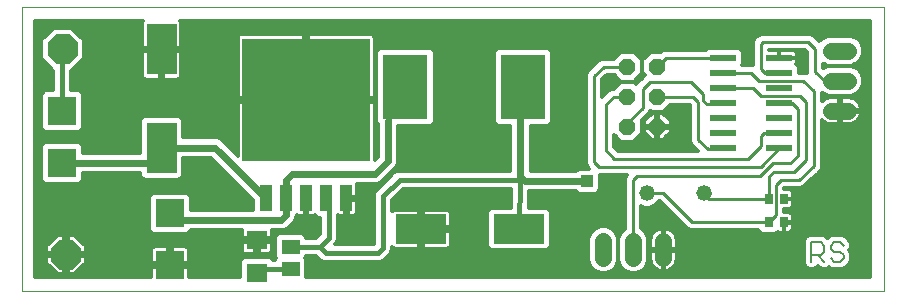
<source format=gtl>
G75*
%MOIN*%
%OFA0B0*%
%FSLAX25Y25*%
%IPPOS*%
%LPD*%
%AMOC8*
5,1,8,0,0,1.08239X$1,22.5*
%
%ADD10C,0.00000*%
%ADD11C,0.00600*%
%ADD12R,0.09843X0.16929*%
%ADD13R,0.16929X0.09843*%
%ADD14R,0.09449X0.09449*%
%ADD15R,0.42520X0.40984*%
%ADD16R,0.04200X0.08500*%
%ADD17OC8,0.05600*%
%ADD18R,0.15157X0.21654*%
%ADD19R,0.07098X0.06299*%
%ADD20C,0.05600*%
%ADD21C,0.05200*%
%ADD22R,0.05906X0.05118*%
%ADD23R,0.08600X0.02200*%
%ADD24OC8,0.10000*%
%ADD25R,0.02756X0.03543*%
%ADD26C,0.02400*%
%ADD27C,0.01600*%
%ADD28R,0.03962X0.03962*%
%ADD29C,0.01200*%
%ADD30C,0.01000*%
D10*
X0019583Y0001600D02*
X0019583Y0096128D01*
X0306985Y0096128D01*
X0306985Y0001600D01*
X0019583Y0001600D01*
D11*
X0282876Y0011349D02*
X0282876Y0017754D01*
X0286078Y0017754D01*
X0287146Y0016687D01*
X0287146Y0014552D01*
X0286078Y0013484D01*
X0282876Y0013484D01*
X0285011Y0013484D02*
X0287146Y0011349D01*
X0289321Y0012416D02*
X0290389Y0011349D01*
X0292524Y0011349D01*
X0293591Y0012416D01*
X0293591Y0013484D01*
X0292524Y0014552D01*
X0290389Y0014552D01*
X0289321Y0015619D01*
X0289321Y0016687D01*
X0290389Y0017754D01*
X0292524Y0017754D01*
X0293591Y0016687D01*
D12*
X0066276Y0049395D03*
X0066276Y0082072D03*
D13*
X0152772Y0022191D03*
X0185450Y0022191D03*
D14*
X0069032Y0027466D03*
X0033127Y0044159D03*
X0033127Y0061482D03*
X0069032Y0010143D03*
D15*
X0114426Y0065222D03*
D16*
X0114426Y0032422D03*
X0121126Y0032422D03*
X0127826Y0032422D03*
X0107726Y0032422D03*
X0101026Y0032422D03*
D17*
X0221513Y0056364D03*
X0231513Y0056364D03*
X0231513Y0066364D03*
X0221513Y0066364D03*
X0221513Y0076364D03*
X0231513Y0076364D03*
D18*
X0186729Y0069435D03*
X0147556Y0069435D03*
D19*
X0098048Y0018655D03*
X0098048Y0007458D03*
D20*
X0213560Y0012501D02*
X0213560Y0018101D01*
X0223560Y0018101D02*
X0223560Y0012501D01*
X0233560Y0012501D02*
X0233560Y0018101D01*
X0289539Y0061679D02*
X0295139Y0061679D01*
X0295139Y0071679D02*
X0289539Y0071679D01*
X0289539Y0081679D02*
X0295139Y0081679D01*
D21*
X0246997Y0034198D03*
X0227997Y0034198D03*
D22*
X0109268Y0016285D03*
X0109268Y0008805D03*
D23*
X0253551Y0049159D03*
X0253551Y0054159D03*
X0253551Y0059159D03*
X0253551Y0064159D03*
X0253551Y0069159D03*
X0253551Y0074159D03*
X0253551Y0079159D03*
X0272151Y0079159D03*
X0272151Y0074159D03*
X0272151Y0069159D03*
X0272151Y0064159D03*
X0272151Y0059159D03*
X0272151Y0054159D03*
X0272151Y0049159D03*
D24*
X0034387Y0013687D03*
X0033245Y0082112D03*
D25*
X0268599Y0032309D03*
X0273717Y0032309D03*
X0273717Y0024435D03*
X0268599Y0024435D03*
D26*
X0208166Y0038214D02*
X0187418Y0038214D01*
X0185843Y0039789D01*
X0185843Y0040183D02*
X0185843Y0068549D01*
X0141631Y0058391D02*
X0141631Y0044907D01*
X0137300Y0040576D01*
X0109741Y0040576D01*
X0107726Y0038561D01*
X0107726Y0032422D01*
X0107726Y0026750D01*
X0106198Y0025222D01*
X0071276Y0025222D01*
X0084053Y0049395D02*
X0101026Y0032422D01*
X0066276Y0044159D02*
X0033127Y0044159D01*
X0066276Y0049395D02*
X0084053Y0049395D01*
D27*
X0066276Y0049395D02*
X0066276Y0044159D01*
X0121126Y0032422D02*
X0121946Y0031602D01*
X0121946Y0019317D01*
X0118914Y0016285D01*
X0121001Y0014198D01*
X0138481Y0014198D01*
X0140056Y0015773D01*
X0140056Y0033096D01*
X0145568Y0038608D01*
X0185843Y0038608D01*
X0185843Y0039789D01*
X0185843Y0040183D01*
X0185843Y0039789D02*
X0185450Y0022191D01*
X0121946Y0033242D02*
X0121126Y0032422D01*
X0071276Y0025222D02*
X0069032Y0027466D01*
X0109268Y0016285D02*
X0118914Y0016285D01*
X0109268Y0008805D02*
X0099394Y0008805D01*
X0098048Y0007458D01*
X0141631Y0058391D02*
X0147556Y0069435D01*
X0114426Y0065222D02*
X0114426Y0082072D01*
X0185843Y0068549D02*
X0186729Y0069435D01*
X0253551Y0079159D02*
X0253945Y0079553D01*
X0033245Y0082112D02*
X0033127Y0082112D01*
X0033127Y0061482D01*
D28*
X0133363Y0020104D03*
X0208166Y0038214D03*
X0238875Y0051206D03*
X0259741Y0014592D03*
D29*
X0266310Y0020463D02*
X0270888Y0020463D01*
X0271643Y0021218D01*
X0271722Y0021172D01*
X0272129Y0021063D01*
X0273628Y0021063D01*
X0273628Y0024346D01*
X0273806Y0024346D01*
X0273806Y0024524D01*
X0276695Y0024524D01*
X0276695Y0026417D01*
X0276586Y0026824D01*
X0276376Y0027189D01*
X0276078Y0027487D01*
X0275713Y0027697D01*
X0275306Y0027806D01*
X0273858Y0027806D01*
X0273858Y0028937D01*
X0275306Y0028937D01*
X0275713Y0029046D01*
X0276078Y0029257D01*
X0276376Y0029555D01*
X0276586Y0029919D01*
X0276695Y0030326D01*
X0276695Y0032220D01*
X0273858Y0032220D01*
X0273858Y0032398D01*
X0276695Y0032398D01*
X0276695Y0034291D01*
X0276586Y0034698D01*
X0276376Y0035063D01*
X0276078Y0035361D01*
X0275713Y0035571D01*
X0275306Y0035680D01*
X0273858Y0035680D01*
X0273858Y0035908D01*
X0278585Y0035908D01*
X0279067Y0035889D01*
X0279120Y0035908D01*
X0279176Y0035908D01*
X0279622Y0036093D01*
X0280075Y0036260D01*
X0280116Y0036298D01*
X0280168Y0036319D01*
X0280509Y0036660D01*
X0285234Y0041022D01*
X0285286Y0041043D01*
X0285628Y0041385D01*
X0285983Y0041713D01*
X0286006Y0041763D01*
X0286046Y0041803D01*
X0286230Y0042249D01*
X0286433Y0042688D01*
X0286435Y0042744D01*
X0286457Y0042795D01*
X0286457Y0043278D01*
X0286476Y0043761D01*
X0286457Y0043813D01*
X0286457Y0058539D01*
X0286673Y0058323D01*
X0287233Y0057916D01*
X0287850Y0057601D01*
X0288509Y0057387D01*
X0289193Y0057279D01*
X0292039Y0057279D01*
X0292039Y0061379D01*
X0292639Y0061379D01*
X0292639Y0057279D01*
X0295486Y0057279D01*
X0296170Y0057387D01*
X0296828Y0057601D01*
X0297445Y0057916D01*
X0298006Y0058323D01*
X0298495Y0058812D01*
X0298903Y0059373D01*
X0299217Y0059990D01*
X0299431Y0060648D01*
X0299539Y0061332D01*
X0299539Y0061379D01*
X0292639Y0061379D01*
X0292639Y0061979D01*
X0292039Y0061979D01*
X0292039Y0066079D01*
X0289193Y0066079D01*
X0288509Y0065970D01*
X0287850Y0065756D01*
X0287233Y0065442D01*
X0286673Y0065035D01*
X0286457Y0064819D01*
X0286457Y0067690D01*
X0286707Y0067440D01*
X0288545Y0066679D01*
X0296134Y0066679D01*
X0297972Y0067440D01*
X0299378Y0068846D01*
X0300139Y0070684D01*
X0300139Y0072673D01*
X0299378Y0074511D01*
X0297972Y0075918D01*
X0296134Y0076679D01*
X0297972Y0077440D01*
X0299378Y0078846D01*
X0300139Y0080684D01*
X0300139Y0082673D01*
X0299378Y0084511D01*
X0297972Y0085918D01*
X0296134Y0086679D01*
X0288545Y0086679D01*
X0286707Y0085918D01*
X0285533Y0084744D01*
X0283318Y0086960D01*
X0282325Y0087371D01*
X0266290Y0087371D01*
X0265298Y0086960D01*
X0264539Y0086200D01*
X0263751Y0085413D01*
X0263340Y0084421D01*
X0263340Y0076846D01*
X0263309Y0076859D01*
X0259762Y0076859D01*
X0260051Y0077148D01*
X0260051Y0081170D01*
X0258762Y0082459D01*
X0254768Y0082459D01*
X0254542Y0082553D01*
X0253348Y0082553D01*
X0253122Y0082459D01*
X0248340Y0082459D01*
X0247740Y0081859D01*
X0233771Y0081859D01*
X0232778Y0081448D01*
X0232694Y0081364D01*
X0229441Y0081364D01*
X0226513Y0078435D01*
X0226513Y0074293D01*
X0227367Y0073438D01*
X0226743Y0072814D01*
X0224438Y0070509D01*
X0223584Y0071364D01*
X0226513Y0074293D01*
X0226513Y0078435D01*
X0223584Y0081364D01*
X0219441Y0081364D01*
X0217141Y0079064D01*
X0213101Y0079064D01*
X0212109Y0078653D01*
X0208999Y0075542D01*
X0208239Y0074783D01*
X0207828Y0073791D01*
X0207828Y0043976D01*
X0208239Y0042984D01*
X0208828Y0042395D01*
X0205274Y0042395D01*
X0204493Y0041614D01*
X0189243Y0041614D01*
X0189243Y0056408D01*
X0195219Y0056408D01*
X0196508Y0057697D01*
X0196508Y0081173D01*
X0195219Y0082461D01*
X0178239Y0082461D01*
X0176950Y0081173D01*
X0176950Y0057697D01*
X0178239Y0056408D01*
X0182443Y0056408D01*
X0182443Y0041608D01*
X0144971Y0041608D01*
X0143868Y0041151D01*
X0142683Y0041151D01*
X0143868Y0041151D02*
X0138356Y0035639D01*
X0137513Y0034795D01*
X0137056Y0033693D01*
X0137056Y0017198D01*
X0124070Y0017198D01*
X0124489Y0017617D01*
X0124946Y0018720D01*
X0124946Y0026775D01*
X0125108Y0026681D01*
X0125515Y0026572D01*
X0127376Y0026572D01*
X0127376Y0031972D01*
X0128276Y0031972D01*
X0128276Y0032872D01*
X0131526Y0032872D01*
X0131526Y0036883D01*
X0131447Y0037176D01*
X0137976Y0037176D01*
X0139226Y0037694D01*
X0143557Y0042025D01*
X0144513Y0042981D01*
X0145031Y0044231D01*
X0145031Y0056408D01*
X0156046Y0056408D01*
X0157335Y0057697D01*
X0157335Y0081173D01*
X0156046Y0082461D01*
X0139066Y0082461D01*
X0137777Y0081173D01*
X0137777Y0057697D01*
X0138231Y0057243D01*
X0138231Y0046315D01*
X0137286Y0045370D01*
X0137286Y0064622D01*
X0115026Y0064622D01*
X0115026Y0065822D01*
X0137286Y0065822D01*
X0137286Y0085925D01*
X0137177Y0086332D01*
X0136966Y0086697D01*
X0136668Y0086994D01*
X0136303Y0087205D01*
X0135896Y0087314D01*
X0115026Y0087314D01*
X0115026Y0065822D01*
X0113826Y0065822D01*
X0113826Y0087314D01*
X0092955Y0087314D01*
X0092549Y0087205D01*
X0092184Y0086994D01*
X0091886Y0086697D01*
X0091675Y0086332D01*
X0091566Y0085925D01*
X0091566Y0065822D01*
X0113826Y0065822D01*
X0113826Y0064622D01*
X0091566Y0064622D01*
X0091566Y0046690D01*
X0085979Y0052278D01*
X0084729Y0052795D01*
X0073398Y0052795D01*
X0073398Y0058771D01*
X0072109Y0060060D01*
X0060444Y0060060D01*
X0059155Y0058771D01*
X0059155Y0047559D01*
X0040051Y0047559D01*
X0040051Y0049795D01*
X0038762Y0051083D01*
X0027491Y0051083D01*
X0026202Y0049795D01*
X0026202Y0038523D01*
X0027491Y0037235D01*
X0038762Y0037235D01*
X0040051Y0038523D01*
X0040051Y0040759D01*
X0059155Y0040759D01*
X0059155Y0040019D01*
X0060444Y0038731D01*
X0072109Y0038731D01*
X0073398Y0040019D01*
X0073398Y0045995D01*
X0082644Y0045995D01*
X0096726Y0031914D01*
X0096726Y0028622D01*
X0075957Y0028622D01*
X0075957Y0033102D01*
X0074668Y0034391D01*
X0063397Y0034391D01*
X0062108Y0033102D01*
X0062108Y0021830D01*
X0063397Y0020542D01*
X0074668Y0020542D01*
X0075948Y0021822D01*
X0092899Y0021822D01*
X0092899Y0019255D01*
X0097448Y0019255D01*
X0097448Y0018055D01*
X0098648Y0018055D01*
X0098648Y0013906D01*
X0101808Y0013906D01*
X0102215Y0014015D01*
X0102580Y0014225D01*
X0102877Y0014523D01*
X0103088Y0014888D01*
X0103197Y0015295D01*
X0103197Y0018055D01*
X0098648Y0018055D01*
X0098648Y0019255D01*
X0103197Y0019255D01*
X0103197Y0021822D01*
X0106874Y0021822D01*
X0108124Y0022340D01*
X0109080Y0023296D01*
X0110608Y0024824D01*
X0111126Y0026074D01*
X0111126Y0026361D01*
X0111542Y0026777D01*
X0111708Y0026681D01*
X0112115Y0026572D01*
X0113976Y0026572D01*
X0113976Y0031972D01*
X0114876Y0031972D01*
X0114876Y0026572D01*
X0116737Y0026572D01*
X0117144Y0026681D01*
X0117310Y0026777D01*
X0118115Y0025972D01*
X0118946Y0025972D01*
X0118946Y0020559D01*
X0117671Y0019285D01*
X0114421Y0019285D01*
X0114421Y0019755D01*
X0113132Y0021044D01*
X0105404Y0021044D01*
X0104116Y0019755D01*
X0104116Y0012815D01*
X0104386Y0012545D01*
X0104116Y0012275D01*
X0104116Y0011805D01*
X0103512Y0011805D01*
X0102508Y0012808D01*
X0093587Y0012808D01*
X0092299Y0011519D01*
X0092299Y0006200D01*
X0075357Y0006200D01*
X0075357Y0009543D01*
X0069632Y0009543D01*
X0069632Y0010743D01*
X0075357Y0010743D01*
X0075357Y0015078D01*
X0075248Y0015485D01*
X0075037Y0015850D01*
X0074739Y0016148D01*
X0074374Y0016359D01*
X0073967Y0016468D01*
X0069632Y0016468D01*
X0069632Y0010743D01*
X0068432Y0010743D01*
X0068432Y0009543D01*
X0062708Y0009543D01*
X0062708Y0006200D01*
X0024183Y0006200D01*
X0024183Y0091528D01*
X0060083Y0091528D01*
X0060075Y0091519D01*
X0059864Y0091155D01*
X0059755Y0090748D01*
X0059755Y0082672D01*
X0065676Y0082672D01*
X0065676Y0081472D01*
X0066876Y0081472D01*
X0066876Y0072008D01*
X0071408Y0072008D01*
X0071815Y0072117D01*
X0072180Y0072328D01*
X0072478Y0072625D01*
X0072689Y0072990D01*
X0072798Y0073397D01*
X0072798Y0081472D01*
X0066876Y0081472D01*
X0066876Y0082672D01*
X0072798Y0082672D01*
X0072798Y0090748D01*
X0072689Y0091155D01*
X0072478Y0091519D01*
X0072470Y0091528D01*
X0302385Y0091528D01*
X0302385Y0006200D01*
X0114421Y0006200D01*
X0114421Y0012275D01*
X0114151Y0012545D01*
X0114421Y0012815D01*
X0114421Y0013285D01*
X0117671Y0013285D01*
X0119301Y0011655D01*
X0120404Y0011198D01*
X0139078Y0011198D01*
X0140180Y0011655D01*
X0141024Y0012499D01*
X0142599Y0014074D01*
X0143056Y0015176D01*
X0143056Y0016259D01*
X0143325Y0015989D01*
X0143690Y0015778D01*
X0144097Y0015669D01*
X0152172Y0015669D01*
X0152172Y0021591D01*
X0153372Y0021591D01*
X0153372Y0022791D01*
X0152172Y0022791D01*
X0152172Y0028712D01*
X0144097Y0028712D01*
X0143690Y0028603D01*
X0143325Y0028392D01*
X0143056Y0028123D01*
X0143056Y0031853D01*
X0146810Y0035608D01*
X0182749Y0035608D01*
X0182608Y0029312D01*
X0176074Y0029312D01*
X0174785Y0028023D01*
X0174785Y0016358D01*
X0176074Y0015069D01*
X0194825Y0015069D01*
X0196114Y0016358D01*
X0196114Y0028023D01*
X0194825Y0029312D01*
X0188610Y0029312D01*
X0188733Y0034814D01*
X0204493Y0034814D01*
X0205274Y0034033D01*
X0211058Y0034033D01*
X0212347Y0035322D01*
X0212347Y0040239D01*
X0221333Y0040239D01*
X0221231Y0040137D01*
X0220820Y0039145D01*
X0220820Y0022378D01*
X0220728Y0022340D01*
X0219321Y0020933D01*
X0218560Y0019095D01*
X0218560Y0011506D01*
X0217799Y0009669D01*
X0216392Y0008262D01*
X0214554Y0007501D01*
X0212565Y0007501D01*
X0210728Y0008262D01*
X0209321Y0009669D01*
X0208560Y0011506D01*
X0208560Y0019095D01*
X0209321Y0020933D01*
X0210728Y0022340D01*
X0212565Y0023101D01*
X0214554Y0023101D01*
X0216392Y0022340D01*
X0217799Y0020933D01*
X0218560Y0019095D01*
X0218560Y0011506D01*
X0219321Y0009669D01*
X0220728Y0008262D01*
X0222565Y0007501D01*
X0224554Y0007501D01*
X0226392Y0008262D01*
X0227799Y0009669D01*
X0228560Y0011506D01*
X0228560Y0019095D01*
X0227799Y0020933D01*
X0226392Y0022340D01*
X0226220Y0022411D01*
X0226220Y0029739D01*
X0227042Y0029398D01*
X0228952Y0029398D01*
X0230716Y0030129D01*
X0232066Y0031479D01*
X0232074Y0031498D01*
X0232323Y0031498D01*
X0240917Y0022905D01*
X0241676Y0022146D01*
X0242668Y0021735D01*
X0265038Y0021735D01*
X0266310Y0020463D01*
X0265997Y0020776D02*
X0237055Y0020776D01*
X0236916Y0020967D02*
X0236426Y0021457D01*
X0235866Y0021864D01*
X0235249Y0022178D01*
X0234590Y0022392D01*
X0233906Y0022501D01*
X0233860Y0022501D01*
X0233860Y0015601D01*
X0233260Y0015601D01*
X0233260Y0022501D01*
X0233213Y0022501D01*
X0232529Y0022392D01*
X0231871Y0022178D01*
X0231254Y0021864D01*
X0230693Y0021457D01*
X0230204Y0020967D01*
X0229797Y0020407D01*
X0229482Y0019790D01*
X0229268Y0019131D01*
X0229160Y0018447D01*
X0229160Y0015601D01*
X0233260Y0015601D01*
X0233260Y0015001D01*
X0229160Y0015001D01*
X0229160Y0012154D01*
X0229268Y0011470D01*
X0229482Y0010812D01*
X0229797Y0010195D01*
X0230204Y0009634D01*
X0230693Y0009145D01*
X0231254Y0008738D01*
X0231871Y0008423D01*
X0232529Y0008209D01*
X0233213Y0008101D01*
X0233260Y0008101D01*
X0233260Y0015001D01*
X0233860Y0015001D01*
X0233860Y0015601D01*
X0237960Y0015601D01*
X0237960Y0018447D01*
X0237851Y0019131D01*
X0237637Y0019790D01*
X0237323Y0020407D01*
X0236916Y0020967D01*
X0235649Y0021975D02*
X0242089Y0021975D01*
X0240649Y0023173D02*
X0226220Y0023173D01*
X0226220Y0024372D02*
X0239450Y0024372D01*
X0238252Y0025570D02*
X0226220Y0025570D01*
X0226220Y0026769D02*
X0237053Y0026769D01*
X0235854Y0027967D02*
X0226220Y0027967D01*
X0226220Y0029166D02*
X0234656Y0029166D01*
X0233457Y0030364D02*
X0230951Y0030364D01*
X0220820Y0030364D02*
X0188633Y0030364D01*
X0188660Y0031563D02*
X0220820Y0031563D01*
X0220820Y0032761D02*
X0188687Y0032761D01*
X0188714Y0033960D02*
X0220820Y0033960D01*
X0220820Y0035158D02*
X0212184Y0035158D01*
X0212347Y0036357D02*
X0220820Y0036357D01*
X0220820Y0037555D02*
X0212347Y0037555D01*
X0212347Y0038754D02*
X0220820Y0038754D01*
X0221155Y0039952D02*
X0212347Y0039952D01*
X0205228Y0042349D02*
X0189243Y0042349D01*
X0189243Y0043548D02*
X0208006Y0043548D01*
X0207828Y0044746D02*
X0189243Y0044746D01*
X0189243Y0045945D02*
X0207828Y0045945D01*
X0207828Y0047143D02*
X0189243Y0047143D01*
X0189243Y0048342D02*
X0207828Y0048342D01*
X0207828Y0049540D02*
X0189243Y0049540D01*
X0189243Y0050739D02*
X0207828Y0050739D01*
X0207828Y0051937D02*
X0189243Y0051937D01*
X0189243Y0053136D02*
X0207828Y0053136D01*
X0207828Y0054334D02*
X0189243Y0054334D01*
X0189243Y0055533D02*
X0207828Y0055533D01*
X0207828Y0056732D02*
X0195543Y0056732D01*
X0196508Y0057930D02*
X0207828Y0057930D01*
X0207828Y0059129D02*
X0196508Y0059129D01*
X0196508Y0060327D02*
X0207828Y0060327D01*
X0207828Y0061526D02*
X0196508Y0061526D01*
X0196508Y0062724D02*
X0207828Y0062724D01*
X0207828Y0063923D02*
X0196508Y0063923D01*
X0196508Y0065121D02*
X0207828Y0065121D01*
X0207828Y0066320D02*
X0196508Y0066320D01*
X0196508Y0067518D02*
X0207828Y0067518D01*
X0213228Y0067518D02*
X0214360Y0067518D01*
X0213228Y0066386D02*
X0213228Y0072135D01*
X0214757Y0073664D01*
X0217141Y0073664D01*
X0219441Y0071364D01*
X0223584Y0071364D01*
X0219441Y0071364D01*
X0217141Y0069064D01*
X0216487Y0069064D01*
X0215495Y0068653D01*
X0213228Y0066386D01*
X0213228Y0068717D02*
X0215649Y0068717D01*
X0217993Y0069915D02*
X0213228Y0069915D01*
X0213228Y0071114D02*
X0219191Y0071114D01*
X0218493Y0072312D02*
X0213405Y0072312D01*
X0214604Y0073511D02*
X0217295Y0073511D01*
X0223834Y0071114D02*
X0225042Y0071114D01*
X0224532Y0072312D02*
X0226241Y0072312D01*
X0225730Y0073511D02*
X0227295Y0073511D01*
X0226513Y0074709D02*
X0226513Y0074709D01*
X0226513Y0075908D02*
X0226513Y0075908D01*
X0226513Y0077106D02*
X0226513Y0077106D01*
X0226513Y0078305D02*
X0226513Y0078305D01*
X0227581Y0079503D02*
X0225444Y0079503D01*
X0224246Y0080702D02*
X0228779Y0080702D01*
X0218779Y0080702D02*
X0196508Y0080702D01*
X0196508Y0079503D02*
X0217581Y0079503D01*
X0211761Y0078305D02*
X0196508Y0078305D01*
X0196508Y0077106D02*
X0210563Y0077106D01*
X0209364Y0075908D02*
X0196508Y0075908D01*
X0196508Y0074709D02*
X0208209Y0074709D01*
X0207828Y0073511D02*
X0196508Y0073511D01*
X0196508Y0072312D02*
X0207828Y0072312D01*
X0207828Y0071114D02*
X0196508Y0071114D01*
X0196508Y0069915D02*
X0207828Y0069915D01*
X0207828Y0068717D02*
X0196508Y0068717D01*
X0176950Y0068717D02*
X0157335Y0068717D01*
X0157335Y0069915D02*
X0176950Y0069915D01*
X0176950Y0071114D02*
X0157335Y0071114D01*
X0157335Y0072312D02*
X0176950Y0072312D01*
X0176950Y0073511D02*
X0157335Y0073511D01*
X0157335Y0074709D02*
X0176950Y0074709D01*
X0176950Y0075908D02*
X0157335Y0075908D01*
X0157335Y0077106D02*
X0176950Y0077106D01*
X0176950Y0078305D02*
X0157335Y0078305D01*
X0157335Y0079503D02*
X0176950Y0079503D01*
X0176950Y0080702D02*
X0157335Y0080702D01*
X0156607Y0081900D02*
X0177678Y0081900D01*
X0195780Y0081900D02*
X0247781Y0081900D01*
X0259321Y0081900D02*
X0263340Y0081900D01*
X0263340Y0080702D02*
X0260051Y0080702D01*
X0260051Y0079503D02*
X0263340Y0079503D01*
X0263340Y0078305D02*
X0260051Y0078305D01*
X0260010Y0077106D02*
X0263340Y0077106D01*
X0272151Y0079159D02*
X0272151Y0081859D01*
X0268740Y0081859D01*
X0268740Y0081971D01*
X0280670Y0081971D01*
X0281450Y0081190D01*
X0281450Y0074898D01*
X0281426Y0074829D01*
X0281450Y0074364D01*
X0281450Y0074089D01*
X0280750Y0074379D01*
X0278651Y0074379D01*
X0278651Y0076170D01*
X0277736Y0077085D01*
X0277942Y0077441D01*
X0278051Y0077848D01*
X0278051Y0079159D01*
X0272151Y0079159D01*
X0272151Y0079159D01*
X0272151Y0081859D01*
X0276662Y0081859D01*
X0277069Y0081750D01*
X0277434Y0081539D01*
X0277731Y0081241D01*
X0277942Y0080877D01*
X0278051Y0080470D01*
X0278051Y0079159D01*
X0272151Y0079159D01*
X0272151Y0079159D01*
X0272151Y0079503D02*
X0272151Y0079503D01*
X0272151Y0080702D02*
X0272151Y0080702D01*
X0268740Y0081900D02*
X0280740Y0081900D01*
X0281450Y0080702D02*
X0277989Y0080702D01*
X0278051Y0079503D02*
X0281450Y0079503D01*
X0281450Y0078305D02*
X0278051Y0078305D01*
X0277749Y0077106D02*
X0281450Y0077106D01*
X0281450Y0075908D02*
X0278651Y0075908D01*
X0278651Y0074709D02*
X0281432Y0074709D01*
X0286850Y0075977D02*
X0286850Y0077381D01*
X0288545Y0076679D01*
X0296134Y0076679D01*
X0288545Y0076679D01*
X0286850Y0075977D01*
X0286850Y0077106D02*
X0287513Y0077106D01*
X0297166Y0077106D02*
X0302385Y0077106D01*
X0302385Y0075908D02*
X0297981Y0075908D01*
X0299180Y0074709D02*
X0302385Y0074709D01*
X0302385Y0073511D02*
X0299792Y0073511D01*
X0300139Y0072312D02*
X0302385Y0072312D01*
X0302385Y0071114D02*
X0300139Y0071114D01*
X0299821Y0069915D02*
X0302385Y0069915D01*
X0302385Y0068717D02*
X0299248Y0068717D01*
X0298050Y0067518D02*
X0302385Y0067518D01*
X0302385Y0066320D02*
X0286457Y0066320D01*
X0286457Y0067518D02*
X0286629Y0067518D01*
X0286792Y0065121D02*
X0286457Y0065121D01*
X0292039Y0065121D02*
X0292639Y0065121D01*
X0292639Y0066079D02*
X0292639Y0061979D01*
X0299539Y0061979D01*
X0299539Y0062025D01*
X0299431Y0062709D01*
X0299217Y0063368D01*
X0298903Y0063985D01*
X0298495Y0064545D01*
X0298006Y0065035D01*
X0297445Y0065442D01*
X0296828Y0065756D01*
X0296170Y0065970D01*
X0295486Y0066079D01*
X0292639Y0066079D01*
X0297887Y0065121D02*
X0302385Y0065121D01*
X0302385Y0063923D02*
X0298934Y0063923D01*
X0292639Y0063923D02*
X0292039Y0063923D01*
X0292039Y0062724D02*
X0292639Y0062724D01*
X0292639Y0061526D02*
X0302385Y0061526D01*
X0302385Y0062724D02*
X0299426Y0062724D01*
X0299327Y0060327D02*
X0302385Y0060327D01*
X0302385Y0059129D02*
X0298725Y0059129D01*
X0297465Y0057930D02*
X0302385Y0057930D01*
X0302385Y0056732D02*
X0286457Y0056732D01*
X0286457Y0055533D02*
X0302385Y0055533D01*
X0302385Y0054334D02*
X0286457Y0054334D01*
X0286457Y0053136D02*
X0302385Y0053136D01*
X0302385Y0051937D02*
X0286457Y0051937D01*
X0286457Y0050739D02*
X0302385Y0050739D01*
X0302385Y0049540D02*
X0286457Y0049540D01*
X0286457Y0048342D02*
X0302385Y0048342D01*
X0302385Y0047143D02*
X0286457Y0047143D01*
X0286457Y0045945D02*
X0302385Y0045945D01*
X0302385Y0044746D02*
X0286457Y0044746D01*
X0286467Y0043548D02*
X0302385Y0043548D01*
X0302385Y0042349D02*
X0286277Y0042349D01*
X0285394Y0041151D02*
X0302385Y0041151D01*
X0302385Y0039952D02*
X0284076Y0039952D01*
X0282777Y0038754D02*
X0302385Y0038754D01*
X0302385Y0037555D02*
X0281479Y0037555D01*
X0280206Y0036357D02*
X0302385Y0036357D01*
X0302385Y0035158D02*
X0276280Y0035158D01*
X0276695Y0033960D02*
X0302385Y0033960D01*
X0302385Y0032761D02*
X0276695Y0032761D01*
X0276695Y0031563D02*
X0302385Y0031563D01*
X0302385Y0030364D02*
X0276695Y0030364D01*
X0275920Y0029166D02*
X0302385Y0029166D01*
X0302385Y0027967D02*
X0273858Y0027967D01*
X0276601Y0026769D02*
X0302385Y0026769D01*
X0302385Y0025570D02*
X0276695Y0025570D01*
X0276695Y0024346D02*
X0273806Y0024346D01*
X0273806Y0021063D01*
X0275306Y0021063D01*
X0275713Y0021172D01*
X0276078Y0021383D01*
X0276376Y0021681D01*
X0276586Y0022045D01*
X0276695Y0022452D01*
X0276695Y0024346D01*
X0276695Y0023173D02*
X0302385Y0023173D01*
X0302385Y0021975D02*
X0276545Y0021975D01*
X0273806Y0021975D02*
X0273628Y0021975D01*
X0273628Y0023173D02*
X0273806Y0023173D01*
X0273806Y0024372D02*
X0302385Y0024372D01*
X0302385Y0020776D02*
X0271202Y0020776D01*
X0280376Y0018252D02*
X0280376Y0010852D01*
X0280756Y0009933D01*
X0281459Y0009229D01*
X0282378Y0008849D01*
X0283373Y0008849D01*
X0284292Y0009229D01*
X0284995Y0009933D01*
X0285004Y0009955D01*
X0285730Y0009229D01*
X0286649Y0008849D01*
X0287643Y0008849D01*
X0288562Y0009229D01*
X0288767Y0009435D01*
X0288972Y0009229D01*
X0289891Y0008849D01*
X0293021Y0008849D01*
X0293940Y0009229D01*
X0294643Y0009933D01*
X0295007Y0010297D01*
X0295007Y0010297D01*
X0295697Y0010987D01*
X0295711Y0011000D01*
X0295929Y0011528D01*
X0296091Y0011919D01*
X0296091Y0013981D01*
X0295711Y0014900D01*
X0295525Y0015085D01*
X0295711Y0015271D01*
X0296091Y0016189D01*
X0296091Y0017184D01*
X0295711Y0018103D01*
X0294643Y0019170D01*
X0294643Y0019170D01*
X0293940Y0019874D01*
X0293021Y0020254D01*
X0289891Y0020254D01*
X0288972Y0019874D01*
X0288233Y0019135D01*
X0288198Y0019170D01*
X0288198Y0019170D01*
X0287494Y0019874D01*
X0286576Y0020254D01*
X0282378Y0020254D01*
X0281459Y0019874D01*
X0280756Y0019170D01*
X0280376Y0018252D01*
X0280428Y0018379D02*
X0237960Y0018379D01*
X0237960Y0017181D02*
X0280376Y0017181D01*
X0280376Y0015982D02*
X0237960Y0015982D01*
X0237960Y0015001D02*
X0233860Y0015001D01*
X0233860Y0008101D01*
X0233906Y0008101D01*
X0234590Y0008209D01*
X0235249Y0008423D01*
X0235866Y0008738D01*
X0236426Y0009145D01*
X0236916Y0009634D01*
X0237323Y0010195D01*
X0237637Y0010812D01*
X0237851Y0011470D01*
X0237960Y0012154D01*
X0237960Y0015001D01*
X0237960Y0014784D02*
X0280376Y0014784D01*
X0280376Y0013585D02*
X0237960Y0013585D01*
X0237960Y0012387D02*
X0280376Y0012387D01*
X0280376Y0011188D02*
X0237760Y0011188D01*
X0237174Y0009990D02*
X0280733Y0009990D01*
X0294643Y0009933D02*
X0294643Y0009933D01*
X0294700Y0009990D02*
X0302385Y0009990D01*
X0302385Y0011188D02*
X0295789Y0011188D01*
X0295711Y0011000D02*
X0295711Y0011000D01*
X0296091Y0012387D02*
X0302385Y0012387D01*
X0302385Y0013585D02*
X0296091Y0013585D01*
X0295759Y0014784D02*
X0302385Y0014784D01*
X0302385Y0015982D02*
X0296005Y0015982D01*
X0296091Y0017181D02*
X0302385Y0017181D01*
X0302385Y0018379D02*
X0295434Y0018379D01*
X0294236Y0019578D02*
X0302385Y0019578D01*
X0288676Y0019578D02*
X0287790Y0019578D01*
X0281163Y0019578D02*
X0237706Y0019578D01*
X0233860Y0019578D02*
X0233260Y0019578D01*
X0233260Y0018379D02*
X0233860Y0018379D01*
X0233860Y0017181D02*
X0233260Y0017181D01*
X0233260Y0015982D02*
X0233860Y0015982D01*
X0233860Y0014784D02*
X0233260Y0014784D01*
X0229160Y0014784D02*
X0228560Y0014784D01*
X0228560Y0015982D02*
X0229160Y0015982D01*
X0229160Y0017181D02*
X0228560Y0017181D01*
X0228560Y0018379D02*
X0229160Y0018379D01*
X0229413Y0019578D02*
X0228360Y0019578D01*
X0227864Y0020776D02*
X0230065Y0020776D01*
X0231471Y0021975D02*
X0226757Y0021975D01*
X0220820Y0023173D02*
X0196114Y0023173D01*
X0196114Y0021975D02*
X0210363Y0021975D01*
X0209256Y0020776D02*
X0196114Y0020776D01*
X0196114Y0019578D02*
X0208760Y0019578D01*
X0208560Y0018379D02*
X0196114Y0018379D01*
X0196114Y0017181D02*
X0208560Y0017181D01*
X0208560Y0015982D02*
X0195738Y0015982D01*
X0208560Y0014784D02*
X0142893Y0014784D01*
X0143056Y0015982D02*
X0143337Y0015982D01*
X0137056Y0018379D02*
X0124805Y0018379D01*
X0124946Y0019578D02*
X0137056Y0019578D01*
X0137056Y0020776D02*
X0124946Y0020776D01*
X0124946Y0021975D02*
X0137056Y0021975D01*
X0137056Y0023173D02*
X0124946Y0023173D01*
X0124946Y0024372D02*
X0137056Y0024372D01*
X0137056Y0025570D02*
X0124946Y0025570D01*
X0124946Y0026769D02*
X0124957Y0026769D01*
X0127376Y0026769D02*
X0128276Y0026769D01*
X0128276Y0026572D02*
X0130137Y0026572D01*
X0130544Y0026681D01*
X0130908Y0026892D01*
X0131206Y0027190D01*
X0131417Y0027554D01*
X0131526Y0027961D01*
X0131526Y0031972D01*
X0128276Y0031972D01*
X0128276Y0026572D01*
X0128276Y0027967D02*
X0127376Y0027967D01*
X0127376Y0029166D02*
X0128276Y0029166D01*
X0128276Y0030364D02*
X0127376Y0030364D01*
X0131526Y0030364D02*
X0137056Y0030364D01*
X0137056Y0029166D02*
X0131526Y0029166D01*
X0131526Y0027967D02*
X0137056Y0027967D01*
X0137056Y0026769D02*
X0130695Y0026769D01*
X0118946Y0025570D02*
X0110917Y0025570D01*
X0111534Y0026769D02*
X0111557Y0026769D01*
X0113976Y0026769D02*
X0114876Y0026769D01*
X0114876Y0027967D02*
X0113976Y0027967D01*
X0113976Y0029166D02*
X0114876Y0029166D01*
X0114876Y0030364D02*
X0113976Y0030364D01*
X0113976Y0031563D02*
X0114876Y0031563D01*
X0127376Y0031563D02*
X0128276Y0031563D01*
X0128276Y0032761D02*
X0137056Y0032761D01*
X0137056Y0031563D02*
X0131526Y0031563D01*
X0131526Y0033960D02*
X0137166Y0033960D01*
X0137875Y0035158D02*
X0131526Y0035158D01*
X0131526Y0036357D02*
X0139074Y0036357D01*
X0138891Y0037555D02*
X0140272Y0037555D01*
X0140286Y0038754D02*
X0141471Y0038754D01*
X0141484Y0039952D02*
X0142670Y0039952D01*
X0143881Y0042349D02*
X0182443Y0042349D01*
X0182443Y0043548D02*
X0144748Y0043548D01*
X0145031Y0044746D02*
X0182443Y0044746D01*
X0182443Y0045945D02*
X0145031Y0045945D01*
X0145031Y0047143D02*
X0182443Y0047143D01*
X0182443Y0048342D02*
X0145031Y0048342D01*
X0145031Y0049540D02*
X0182443Y0049540D01*
X0182443Y0050739D02*
X0145031Y0050739D01*
X0145031Y0051937D02*
X0182443Y0051937D01*
X0182443Y0053136D02*
X0145031Y0053136D01*
X0145031Y0054334D02*
X0182443Y0054334D01*
X0182443Y0055533D02*
X0145031Y0055533D01*
X0138231Y0055533D02*
X0137286Y0055533D01*
X0137286Y0054334D02*
X0138231Y0054334D01*
X0138231Y0053136D02*
X0137286Y0053136D01*
X0137286Y0051937D02*
X0138231Y0051937D01*
X0138231Y0050739D02*
X0137286Y0050739D01*
X0137286Y0049540D02*
X0138231Y0049540D01*
X0138231Y0048342D02*
X0137286Y0048342D01*
X0137286Y0047143D02*
X0138231Y0047143D01*
X0137860Y0045945D02*
X0137286Y0045945D01*
X0137286Y0056732D02*
X0138231Y0056732D01*
X0137777Y0057930D02*
X0137286Y0057930D01*
X0137286Y0059129D02*
X0137777Y0059129D01*
X0137777Y0060327D02*
X0137286Y0060327D01*
X0137286Y0061526D02*
X0137777Y0061526D01*
X0137777Y0062724D02*
X0137286Y0062724D01*
X0137286Y0063923D02*
X0137777Y0063923D01*
X0137777Y0065121D02*
X0115026Y0065121D01*
X0115026Y0066320D02*
X0113826Y0066320D01*
X0113826Y0067518D02*
X0115026Y0067518D01*
X0115026Y0068717D02*
X0113826Y0068717D01*
X0113826Y0069915D02*
X0115026Y0069915D01*
X0115026Y0071114D02*
X0113826Y0071114D01*
X0113826Y0072312D02*
X0115026Y0072312D01*
X0115026Y0073511D02*
X0113826Y0073511D01*
X0113826Y0074709D02*
X0115026Y0074709D01*
X0115026Y0075908D02*
X0113826Y0075908D01*
X0113826Y0077106D02*
X0115026Y0077106D01*
X0115026Y0078305D02*
X0113826Y0078305D01*
X0113826Y0079503D02*
X0115026Y0079503D01*
X0115026Y0080702D02*
X0113826Y0080702D01*
X0113826Y0081900D02*
X0115026Y0081900D01*
X0115026Y0083099D02*
X0113826Y0083099D01*
X0113826Y0084297D02*
X0115026Y0084297D01*
X0115026Y0085496D02*
X0113826Y0085496D01*
X0113826Y0086694D02*
X0115026Y0086694D01*
X0091884Y0086694D02*
X0072798Y0086694D01*
X0072798Y0085496D02*
X0091566Y0085496D01*
X0091566Y0084297D02*
X0072798Y0084297D01*
X0072798Y0083099D02*
X0091566Y0083099D01*
X0091566Y0081900D02*
X0066876Y0081900D01*
X0066876Y0080702D02*
X0065676Y0080702D01*
X0065676Y0081472D02*
X0065676Y0072008D01*
X0061144Y0072008D01*
X0060737Y0072117D01*
X0060373Y0072328D01*
X0060075Y0072625D01*
X0059864Y0072990D01*
X0059755Y0073397D01*
X0059755Y0081472D01*
X0065676Y0081472D01*
X0065676Y0081900D02*
X0040445Y0081900D01*
X0040445Y0080702D02*
X0059755Y0080702D01*
X0059755Y0079503D02*
X0040445Y0079503D01*
X0040445Y0079129D02*
X0036227Y0074912D01*
X0036127Y0074912D01*
X0036127Y0068406D01*
X0038762Y0068406D01*
X0040051Y0067118D01*
X0040051Y0055846D01*
X0038762Y0054557D01*
X0027491Y0054557D01*
X0026202Y0055846D01*
X0026202Y0067118D01*
X0027491Y0068406D01*
X0030127Y0068406D01*
X0030127Y0075048D01*
X0026045Y0079129D01*
X0026045Y0085094D01*
X0030262Y0089312D01*
X0036227Y0089312D01*
X0040445Y0085094D01*
X0040445Y0079129D01*
X0039620Y0078305D02*
X0059755Y0078305D01*
X0059755Y0077106D02*
X0038422Y0077106D01*
X0037223Y0075908D02*
X0059755Y0075908D01*
X0059755Y0074709D02*
X0036127Y0074709D01*
X0036127Y0073511D02*
X0059755Y0073511D01*
X0060399Y0072312D02*
X0036127Y0072312D01*
X0036127Y0071114D02*
X0091566Y0071114D01*
X0091566Y0072312D02*
X0072153Y0072312D01*
X0072798Y0073511D02*
X0091566Y0073511D01*
X0091566Y0074709D02*
X0072798Y0074709D01*
X0072798Y0075908D02*
X0091566Y0075908D01*
X0091566Y0077106D02*
X0072798Y0077106D01*
X0072798Y0078305D02*
X0091566Y0078305D01*
X0091566Y0079503D02*
X0072798Y0079503D01*
X0072798Y0080702D02*
X0091566Y0080702D01*
X0072798Y0087893D02*
X0302385Y0087893D01*
X0302385Y0089091D02*
X0072798Y0089091D01*
X0072798Y0090290D02*
X0302385Y0090290D01*
X0302385Y0091488D02*
X0072496Y0091488D01*
X0060057Y0091488D02*
X0024183Y0091488D01*
X0024183Y0090290D02*
X0059755Y0090290D01*
X0059755Y0089091D02*
X0036448Y0089091D01*
X0037646Y0087893D02*
X0059755Y0087893D01*
X0059755Y0086694D02*
X0038845Y0086694D01*
X0040043Y0085496D02*
X0059755Y0085496D01*
X0059755Y0084297D02*
X0040445Y0084297D01*
X0040445Y0083099D02*
X0059755Y0083099D01*
X0065676Y0079503D02*
X0066876Y0079503D01*
X0066876Y0078305D02*
X0065676Y0078305D01*
X0065676Y0077106D02*
X0066876Y0077106D01*
X0066876Y0075908D02*
X0065676Y0075908D01*
X0065676Y0074709D02*
X0066876Y0074709D01*
X0066876Y0073511D02*
X0065676Y0073511D01*
X0065676Y0072312D02*
X0066876Y0072312D01*
X0091566Y0069915D02*
X0036127Y0069915D01*
X0036127Y0068717D02*
X0091566Y0068717D01*
X0091566Y0067518D02*
X0039651Y0067518D01*
X0040051Y0066320D02*
X0091566Y0066320D01*
X0091566Y0063923D02*
X0040051Y0063923D01*
X0040051Y0065121D02*
X0113826Y0065121D01*
X0091566Y0062724D02*
X0040051Y0062724D01*
X0040051Y0061526D02*
X0091566Y0061526D01*
X0091566Y0060327D02*
X0040051Y0060327D01*
X0040051Y0059129D02*
X0059512Y0059129D01*
X0059155Y0057930D02*
X0040051Y0057930D01*
X0040051Y0056732D02*
X0059155Y0056732D01*
X0059155Y0055533D02*
X0039738Y0055533D01*
X0026516Y0055533D02*
X0024183Y0055533D01*
X0024183Y0054334D02*
X0059155Y0054334D01*
X0059155Y0053136D02*
X0024183Y0053136D01*
X0024183Y0051937D02*
X0059155Y0051937D01*
X0059155Y0050739D02*
X0039107Y0050739D01*
X0040051Y0049540D02*
X0059155Y0049540D01*
X0059155Y0048342D02*
X0040051Y0048342D01*
X0027147Y0050739D02*
X0024183Y0050739D01*
X0024183Y0049540D02*
X0026202Y0049540D01*
X0026202Y0048342D02*
X0024183Y0048342D01*
X0024183Y0047143D02*
X0026202Y0047143D01*
X0026202Y0045945D02*
X0024183Y0045945D01*
X0024183Y0044746D02*
X0026202Y0044746D01*
X0026202Y0043548D02*
X0024183Y0043548D01*
X0024183Y0042349D02*
X0026202Y0042349D01*
X0026202Y0041151D02*
X0024183Y0041151D01*
X0024183Y0039952D02*
X0026202Y0039952D01*
X0026202Y0038754D02*
X0024183Y0038754D01*
X0024183Y0037555D02*
X0027170Y0037555D01*
X0024183Y0036357D02*
X0092283Y0036357D01*
X0091084Y0037555D02*
X0039083Y0037555D01*
X0040051Y0038754D02*
X0060421Y0038754D01*
X0059222Y0039952D02*
X0040051Y0039952D01*
X0024183Y0035158D02*
X0093481Y0035158D01*
X0094680Y0033960D02*
X0075099Y0033960D01*
X0075957Y0032761D02*
X0095878Y0032761D01*
X0096726Y0031563D02*
X0075957Y0031563D01*
X0075957Y0030364D02*
X0096726Y0030364D01*
X0096726Y0029166D02*
X0075957Y0029166D01*
X0062108Y0029166D02*
X0024183Y0029166D01*
X0024183Y0030364D02*
X0062108Y0030364D01*
X0062108Y0031563D02*
X0024183Y0031563D01*
X0024183Y0032761D02*
X0062108Y0032761D01*
X0062966Y0033960D02*
X0024183Y0033960D01*
X0024183Y0027967D02*
X0062108Y0027967D01*
X0062108Y0026769D02*
X0024183Y0026769D01*
X0024183Y0025570D02*
X0062108Y0025570D01*
X0062108Y0024372D02*
X0024183Y0024372D01*
X0024183Y0023173D02*
X0062108Y0023173D01*
X0062108Y0021975D02*
X0024183Y0021975D01*
X0024183Y0020776D02*
X0063162Y0020776D01*
X0074902Y0020776D02*
X0092899Y0020776D01*
X0092899Y0019578D02*
X0037829Y0019578D01*
X0037120Y0020287D02*
X0034987Y0020287D01*
X0034987Y0014287D01*
X0040987Y0014287D01*
X0040987Y0016420D01*
X0037120Y0020287D01*
X0034987Y0019578D02*
X0033787Y0019578D01*
X0033787Y0020287D02*
X0031653Y0020287D01*
X0027787Y0016420D01*
X0027787Y0014287D01*
X0033787Y0014287D01*
X0033787Y0020287D01*
X0030944Y0019578D02*
X0024183Y0019578D01*
X0024183Y0018379D02*
X0029745Y0018379D01*
X0028547Y0017181D02*
X0024183Y0017181D01*
X0024183Y0015982D02*
X0027787Y0015982D01*
X0027787Y0014784D02*
X0024183Y0014784D01*
X0024183Y0013585D02*
X0033787Y0013585D01*
X0033787Y0013087D02*
X0027787Y0013087D01*
X0027787Y0010953D01*
X0031653Y0007087D01*
X0033787Y0007087D01*
X0033787Y0013087D01*
X0034987Y0013087D01*
X0034987Y0014287D01*
X0033787Y0014287D01*
X0033787Y0013087D01*
X0033787Y0012387D02*
X0034987Y0012387D01*
X0034987Y0013087D02*
X0034987Y0007087D01*
X0037120Y0007087D01*
X0040987Y0010953D01*
X0040987Y0013087D01*
X0034987Y0013087D01*
X0034987Y0013585D02*
X0062708Y0013585D01*
X0062708Y0012387D02*
X0040987Y0012387D01*
X0040987Y0011188D02*
X0062708Y0011188D01*
X0062708Y0010743D02*
X0068432Y0010743D01*
X0068432Y0016468D01*
X0064097Y0016468D01*
X0063690Y0016359D01*
X0063325Y0016148D01*
X0063028Y0015850D01*
X0062817Y0015485D01*
X0062708Y0015078D01*
X0062708Y0010743D01*
X0062708Y0008791D02*
X0038825Y0008791D01*
X0037626Y0007593D02*
X0062708Y0007593D01*
X0062708Y0006394D02*
X0024183Y0006394D01*
X0024183Y0007593D02*
X0031147Y0007593D01*
X0029948Y0008791D02*
X0024183Y0008791D01*
X0024183Y0009990D02*
X0028750Y0009990D01*
X0027787Y0011188D02*
X0024183Y0011188D01*
X0024183Y0012387D02*
X0027787Y0012387D01*
X0033787Y0011188D02*
X0034987Y0011188D01*
X0034987Y0009990D02*
X0033787Y0009990D01*
X0033787Y0008791D02*
X0034987Y0008791D01*
X0034987Y0007593D02*
X0033787Y0007593D01*
X0040023Y0009990D02*
X0068432Y0009990D01*
X0068432Y0011188D02*
X0069632Y0011188D01*
X0069632Y0009990D02*
X0092299Y0009990D01*
X0092299Y0011188D02*
X0075357Y0011188D01*
X0075357Y0012387D02*
X0093166Y0012387D01*
X0093881Y0014015D02*
X0094288Y0013906D01*
X0097448Y0013906D01*
X0097448Y0018055D01*
X0092899Y0018055D01*
X0092899Y0015295D01*
X0093008Y0014888D01*
X0093218Y0014523D01*
X0093516Y0014225D01*
X0093881Y0014015D01*
X0093068Y0014784D02*
X0075357Y0014784D01*
X0074905Y0015982D02*
X0092899Y0015982D01*
X0092899Y0017181D02*
X0040226Y0017181D01*
X0040987Y0015982D02*
X0063160Y0015982D01*
X0062708Y0014784D02*
X0040987Y0014784D01*
X0034987Y0014784D02*
X0033787Y0014784D01*
X0033787Y0015982D02*
X0034987Y0015982D01*
X0034987Y0017181D02*
X0033787Y0017181D01*
X0033787Y0018379D02*
X0034987Y0018379D01*
X0039028Y0018379D02*
X0097448Y0018379D01*
X0097448Y0017181D02*
X0098648Y0017181D01*
X0098648Y0018379D02*
X0104116Y0018379D01*
X0104116Y0017181D02*
X0103197Y0017181D01*
X0103197Y0015982D02*
X0104116Y0015982D01*
X0104116Y0014784D02*
X0103028Y0014784D01*
X0098648Y0014784D02*
X0097448Y0014784D01*
X0097448Y0015982D02*
X0098648Y0015982D01*
X0103197Y0019578D02*
X0104116Y0019578D01*
X0103197Y0020776D02*
X0105137Y0020776D01*
X0107242Y0021975D02*
X0118946Y0021975D01*
X0118946Y0023173D02*
X0108957Y0023173D01*
X0110156Y0024372D02*
X0118946Y0024372D01*
X0117318Y0026769D02*
X0117295Y0026769D01*
X0118946Y0020776D02*
X0113400Y0020776D01*
X0114421Y0019578D02*
X0117964Y0019578D01*
X0104116Y0013585D02*
X0075357Y0013585D01*
X0069632Y0013585D02*
X0068432Y0013585D01*
X0068432Y0012387D02*
X0069632Y0012387D01*
X0069632Y0014784D02*
X0068432Y0014784D01*
X0068432Y0015982D02*
X0069632Y0015982D01*
X0075357Y0008791D02*
X0092299Y0008791D01*
X0092299Y0007593D02*
X0075357Y0007593D01*
X0075357Y0006394D02*
X0092299Y0006394D01*
X0102930Y0012387D02*
X0104227Y0012387D01*
X0114310Y0012387D02*
X0118570Y0012387D01*
X0114421Y0011188D02*
X0208692Y0011188D01*
X0208560Y0012387D02*
X0140912Y0012387D01*
X0142110Y0013585D02*
X0208560Y0013585D01*
X0209188Y0009990D02*
X0114421Y0009990D01*
X0114421Y0008791D02*
X0210198Y0008791D01*
X0212344Y0007593D02*
X0114421Y0007593D01*
X0114421Y0006394D02*
X0302385Y0006394D01*
X0302385Y0007593D02*
X0224776Y0007593D01*
X0222344Y0007593D02*
X0214776Y0007593D01*
X0216921Y0008791D02*
X0220198Y0008791D01*
X0219188Y0009990D02*
X0217932Y0009990D01*
X0218428Y0011188D02*
X0218692Y0011188D01*
X0218560Y0012387D02*
X0218560Y0012387D01*
X0218560Y0013585D02*
X0218560Y0013585D01*
X0218560Y0014784D02*
X0218560Y0014784D01*
X0218560Y0015982D02*
X0218560Y0015982D01*
X0218560Y0017181D02*
X0218560Y0017181D01*
X0218560Y0018379D02*
X0218560Y0018379D01*
X0218360Y0019578D02*
X0218760Y0019578D01*
X0219256Y0020776D02*
X0217864Y0020776D01*
X0216757Y0021975D02*
X0220363Y0021975D01*
X0220820Y0024372D02*
X0196114Y0024372D01*
X0196114Y0025570D02*
X0220820Y0025570D01*
X0220820Y0026769D02*
X0196114Y0026769D01*
X0196114Y0027967D02*
X0220820Y0027967D01*
X0220820Y0029166D02*
X0194971Y0029166D01*
X0182632Y0030364D02*
X0143056Y0030364D01*
X0143056Y0029166D02*
X0175928Y0029166D01*
X0174785Y0027967D02*
X0162591Y0027967D01*
X0162517Y0028094D02*
X0162219Y0028392D01*
X0161855Y0028603D01*
X0161448Y0028712D01*
X0153372Y0028712D01*
X0153372Y0022791D01*
X0162837Y0022791D01*
X0162837Y0027322D01*
X0162728Y0027729D01*
X0162517Y0028094D01*
X0162837Y0026769D02*
X0174785Y0026769D01*
X0174785Y0025570D02*
X0162837Y0025570D01*
X0162837Y0024372D02*
X0174785Y0024372D01*
X0174785Y0023173D02*
X0162837Y0023173D01*
X0162837Y0021591D02*
X0153372Y0021591D01*
X0153372Y0015669D01*
X0161448Y0015669D01*
X0161855Y0015778D01*
X0162219Y0015989D01*
X0162517Y0016287D01*
X0162728Y0016652D01*
X0162837Y0017059D01*
X0162837Y0021591D01*
X0162837Y0020776D02*
X0174785Y0020776D01*
X0174785Y0021975D02*
X0153372Y0021975D01*
X0153372Y0023173D02*
X0152172Y0023173D01*
X0152172Y0024372D02*
X0153372Y0024372D01*
X0153372Y0025570D02*
X0152172Y0025570D01*
X0152172Y0026769D02*
X0153372Y0026769D01*
X0153372Y0027967D02*
X0152172Y0027967D01*
X0143056Y0031563D02*
X0182658Y0031563D01*
X0182685Y0032761D02*
X0143964Y0032761D01*
X0145162Y0033960D02*
X0182712Y0033960D01*
X0182739Y0035158D02*
X0146361Y0035158D01*
X0152172Y0020776D02*
X0153372Y0020776D01*
X0153372Y0019578D02*
X0152172Y0019578D01*
X0152172Y0018379D02*
X0153372Y0018379D01*
X0153372Y0017181D02*
X0152172Y0017181D01*
X0152172Y0015982D02*
X0153372Y0015982D01*
X0162208Y0015982D02*
X0175161Y0015982D01*
X0174785Y0017181D02*
X0162837Y0017181D01*
X0162837Y0018379D02*
X0174785Y0018379D01*
X0174785Y0019578D02*
X0162837Y0019578D01*
X0226921Y0008791D02*
X0231180Y0008791D01*
X0233260Y0008791D02*
X0233860Y0008791D01*
X0235940Y0008791D02*
X0302385Y0008791D01*
X0233860Y0009990D02*
X0233260Y0009990D01*
X0233260Y0011188D02*
X0233860Y0011188D01*
X0233860Y0012387D02*
X0233260Y0012387D01*
X0233260Y0013585D02*
X0233860Y0013585D01*
X0229160Y0013585D02*
X0228560Y0013585D01*
X0228560Y0012387D02*
X0229160Y0012387D01*
X0229360Y0011188D02*
X0228428Y0011188D01*
X0227932Y0009990D02*
X0229946Y0009990D01*
X0233260Y0020776D02*
X0233860Y0020776D01*
X0233860Y0021975D02*
X0233260Y0021975D01*
X0244955Y0048394D02*
X0218340Y0048394D01*
X0217165Y0049569D01*
X0217165Y0053640D01*
X0219441Y0051364D01*
X0223584Y0051364D01*
X0226513Y0054293D01*
X0226513Y0058435D01*
X0226406Y0058541D01*
X0228199Y0060335D01*
X0228959Y0061094D01*
X0229179Y0061626D01*
X0229441Y0061364D01*
X0233584Y0061364D01*
X0235884Y0063664D01*
X0242284Y0063664D01*
X0242474Y0063474D01*
X0242474Y0051457D01*
X0242885Y0050464D01*
X0244955Y0048394D01*
X0243809Y0049540D02*
X0217194Y0049540D01*
X0217165Y0050739D02*
X0242771Y0050739D01*
X0242474Y0051937D02*
X0224157Y0051937D01*
X0218868Y0051937D02*
X0217165Y0051937D01*
X0217165Y0053136D02*
X0217669Y0053136D01*
X0225356Y0053136D02*
X0228518Y0053136D01*
X0229690Y0051964D02*
X0227113Y0054541D01*
X0227113Y0056064D01*
X0231212Y0056064D01*
X0231212Y0056664D01*
X0227113Y0056664D01*
X0227113Y0058186D01*
X0229690Y0060764D01*
X0231213Y0060764D01*
X0231213Y0056664D01*
X0231813Y0056664D01*
X0235913Y0056664D01*
X0235913Y0058186D01*
X0233335Y0060764D01*
X0231813Y0060764D01*
X0231813Y0056664D01*
X0231813Y0056064D01*
X0235913Y0056064D01*
X0235913Y0054541D01*
X0233335Y0051964D01*
X0231813Y0051964D01*
X0231813Y0056064D01*
X0231213Y0056064D01*
X0231213Y0051964D01*
X0229690Y0051964D01*
X0231213Y0053136D02*
X0231813Y0053136D01*
X0231813Y0054334D02*
X0231213Y0054334D01*
X0231213Y0055533D02*
X0231813Y0055533D01*
X0231813Y0056732D02*
X0231213Y0056732D01*
X0235913Y0056732D02*
X0242474Y0056732D01*
X0242474Y0055533D02*
X0235913Y0055533D01*
X0235706Y0054334D02*
X0242474Y0054334D01*
X0242474Y0053136D02*
X0234507Y0053136D01*
X0227319Y0054334D02*
X0226513Y0054334D01*
X0226513Y0055533D02*
X0227113Y0055533D01*
X0227113Y0056732D02*
X0226513Y0056732D01*
X0226513Y0057930D02*
X0227113Y0057930D01*
X0226993Y0059129D02*
X0228055Y0059129D01*
X0228192Y0060327D02*
X0229253Y0060327D01*
X0229280Y0061526D02*
X0229138Y0061526D01*
X0231213Y0060327D02*
X0231813Y0060327D01*
X0231813Y0059129D02*
X0231213Y0059129D01*
X0231213Y0057930D02*
X0231813Y0057930D01*
X0234970Y0059129D02*
X0242474Y0059129D01*
X0242474Y0060327D02*
X0233772Y0060327D01*
X0233745Y0061526D02*
X0242474Y0061526D01*
X0242474Y0062724D02*
X0234944Y0062724D01*
X0235913Y0057930D02*
X0242474Y0057930D01*
X0286457Y0057930D02*
X0287213Y0057930D01*
X0292039Y0057930D02*
X0292639Y0057930D01*
X0292639Y0059129D02*
X0292039Y0059129D01*
X0292039Y0060327D02*
X0292639Y0060327D01*
X0298836Y0078305D02*
X0302385Y0078305D01*
X0302385Y0079503D02*
X0299650Y0079503D01*
X0300139Y0080702D02*
X0302385Y0080702D01*
X0302385Y0081900D02*
X0300139Y0081900D01*
X0299963Y0083099D02*
X0302385Y0083099D01*
X0302385Y0084297D02*
X0299467Y0084297D01*
X0298393Y0085496D02*
X0302385Y0085496D01*
X0302385Y0086694D02*
X0283583Y0086694D01*
X0284782Y0085496D02*
X0286285Y0085496D01*
X0265033Y0086694D02*
X0136967Y0086694D01*
X0137286Y0085496D02*
X0263834Y0085496D01*
X0263340Y0084297D02*
X0137286Y0084297D01*
X0137286Y0083099D02*
X0263340Y0083099D01*
X0176950Y0067518D02*
X0157335Y0067518D01*
X0157335Y0066320D02*
X0176950Y0066320D01*
X0176950Y0065121D02*
X0157335Y0065121D01*
X0157335Y0063923D02*
X0176950Y0063923D01*
X0176950Y0062724D02*
X0157335Y0062724D01*
X0157335Y0061526D02*
X0176950Y0061526D01*
X0176950Y0060327D02*
X0157335Y0060327D01*
X0157335Y0059129D02*
X0176950Y0059129D01*
X0176950Y0057930D02*
X0157335Y0057930D01*
X0156370Y0056732D02*
X0177915Y0056732D01*
X0137777Y0066320D02*
X0137286Y0066320D01*
X0137286Y0067518D02*
X0137777Y0067518D01*
X0137777Y0068717D02*
X0137286Y0068717D01*
X0137286Y0069915D02*
X0137777Y0069915D01*
X0137777Y0071114D02*
X0137286Y0071114D01*
X0137286Y0072312D02*
X0137777Y0072312D01*
X0137777Y0073511D02*
X0137286Y0073511D01*
X0137286Y0074709D02*
X0137777Y0074709D01*
X0137777Y0075908D02*
X0137286Y0075908D01*
X0137286Y0077106D02*
X0137777Y0077106D01*
X0137777Y0078305D02*
X0137286Y0078305D01*
X0137286Y0079503D02*
X0137777Y0079503D01*
X0137777Y0080702D02*
X0137286Y0080702D01*
X0137286Y0081900D02*
X0138505Y0081900D01*
X0091566Y0059129D02*
X0073040Y0059129D01*
X0073398Y0057930D02*
X0091566Y0057930D01*
X0091566Y0056732D02*
X0073398Y0056732D01*
X0073398Y0055533D02*
X0091566Y0055533D01*
X0091566Y0054334D02*
X0073398Y0054334D01*
X0073398Y0053136D02*
X0091566Y0053136D01*
X0091566Y0051937D02*
X0086319Y0051937D01*
X0087517Y0050739D02*
X0091566Y0050739D01*
X0091566Y0049540D02*
X0088716Y0049540D01*
X0089914Y0048342D02*
X0091566Y0048342D01*
X0091566Y0047143D02*
X0091113Y0047143D01*
X0082695Y0045945D02*
X0073398Y0045945D01*
X0073398Y0044746D02*
X0083893Y0044746D01*
X0085092Y0043548D02*
X0073398Y0043548D01*
X0073398Y0042349D02*
X0086290Y0042349D01*
X0087489Y0041151D02*
X0073398Y0041151D01*
X0073331Y0039952D02*
X0088687Y0039952D01*
X0089886Y0038754D02*
X0072132Y0038754D01*
X0026202Y0056732D02*
X0024183Y0056732D01*
X0024183Y0057930D02*
X0026202Y0057930D01*
X0026202Y0059129D02*
X0024183Y0059129D01*
X0024183Y0060327D02*
X0026202Y0060327D01*
X0026202Y0061526D02*
X0024183Y0061526D01*
X0024183Y0062724D02*
X0026202Y0062724D01*
X0026202Y0063923D02*
X0024183Y0063923D01*
X0024183Y0065121D02*
X0026202Y0065121D01*
X0026202Y0066320D02*
X0024183Y0066320D01*
X0024183Y0067518D02*
X0026603Y0067518D01*
X0024183Y0068717D02*
X0030127Y0068717D01*
X0030127Y0069915D02*
X0024183Y0069915D01*
X0024183Y0071114D02*
X0030127Y0071114D01*
X0030127Y0072312D02*
X0024183Y0072312D01*
X0024183Y0073511D02*
X0030127Y0073511D01*
X0030127Y0074709D02*
X0024183Y0074709D01*
X0024183Y0075908D02*
X0029267Y0075908D01*
X0028068Y0077106D02*
X0024183Y0077106D01*
X0024183Y0078305D02*
X0026870Y0078305D01*
X0026045Y0079503D02*
X0024183Y0079503D01*
X0024183Y0080702D02*
X0026045Y0080702D01*
X0026045Y0081900D02*
X0024183Y0081900D01*
X0024183Y0083099D02*
X0026045Y0083099D01*
X0026045Y0084297D02*
X0024183Y0084297D01*
X0024183Y0085496D02*
X0026446Y0085496D01*
X0027645Y0086694D02*
X0024183Y0086694D01*
X0024183Y0087893D02*
X0028844Y0087893D01*
X0030042Y0089091D02*
X0024183Y0089091D01*
D30*
X0210528Y0073254D02*
X0210528Y0044513D01*
X0212103Y0042939D01*
X0265931Y0042939D01*
X0272151Y0049159D01*
X0266040Y0050025D02*
X0266040Y0053175D01*
X0267221Y0054356D01*
X0271954Y0054356D01*
X0272151Y0054159D01*
X0266040Y0050025D02*
X0261709Y0045694D01*
X0217221Y0045694D01*
X0214465Y0048450D01*
X0214465Y0063805D01*
X0217024Y0066364D01*
X0221513Y0066364D01*
X0226670Y0068923D02*
X0229032Y0071285D01*
X0242812Y0071285D01*
X0246749Y0067348D01*
X0246749Y0064986D01*
X0247930Y0063805D01*
X0253197Y0063805D01*
X0253551Y0064159D01*
X0245174Y0064592D02*
X0245174Y0051994D01*
X0248324Y0048844D01*
X0253236Y0048844D01*
X0253551Y0049159D01*
X0265646Y0039789D02*
X0269977Y0044120D01*
X0275883Y0044120D01*
X0278245Y0046482D01*
X0278245Y0062230D01*
X0276316Y0064159D01*
X0272151Y0064159D01*
X0266040Y0066561D02*
X0279032Y0066561D01*
X0281001Y0064592D01*
X0281001Y0045301D01*
X0277064Y0041364D01*
X0270371Y0041364D01*
X0268796Y0039789D01*
X0268796Y0032506D01*
X0268599Y0032309D01*
X0248887Y0032309D01*
X0246997Y0034198D01*
X0243205Y0024435D02*
X0233442Y0034198D01*
X0227997Y0034198D01*
X0223520Y0038608D02*
X0223520Y0015734D01*
X0223560Y0015301D01*
X0243205Y0024435D02*
X0268599Y0024435D01*
X0271158Y0026994D01*
X0271158Y0037033D01*
X0272733Y0038608D01*
X0278639Y0038608D01*
X0283757Y0043332D01*
X0283757Y0068135D01*
X0280213Y0071679D01*
X0265253Y0071679D01*
X0262772Y0074159D01*
X0253551Y0074159D01*
X0266040Y0075616D02*
X0267497Y0074159D01*
X0272151Y0074159D01*
X0266040Y0075616D02*
X0266040Y0083883D01*
X0266828Y0084671D01*
X0281788Y0084671D01*
X0284150Y0082309D01*
X0284150Y0074435D01*
X0287300Y0071600D01*
X0292339Y0071679D01*
X0266040Y0066561D02*
X0263442Y0069159D01*
X0253551Y0069159D01*
X0245174Y0064592D02*
X0243402Y0066364D01*
X0231513Y0066364D01*
X0226670Y0068923D02*
X0226670Y0062624D01*
X0221513Y0057466D01*
X0221513Y0056364D01*
X0224702Y0039789D02*
X0223520Y0038608D01*
X0224702Y0039789D02*
X0265646Y0039789D01*
X0213639Y0076364D02*
X0210528Y0073254D01*
X0213639Y0076364D02*
X0221513Y0076364D01*
X0231513Y0076364D02*
X0234308Y0079159D01*
X0253551Y0079159D01*
M02*

</source>
